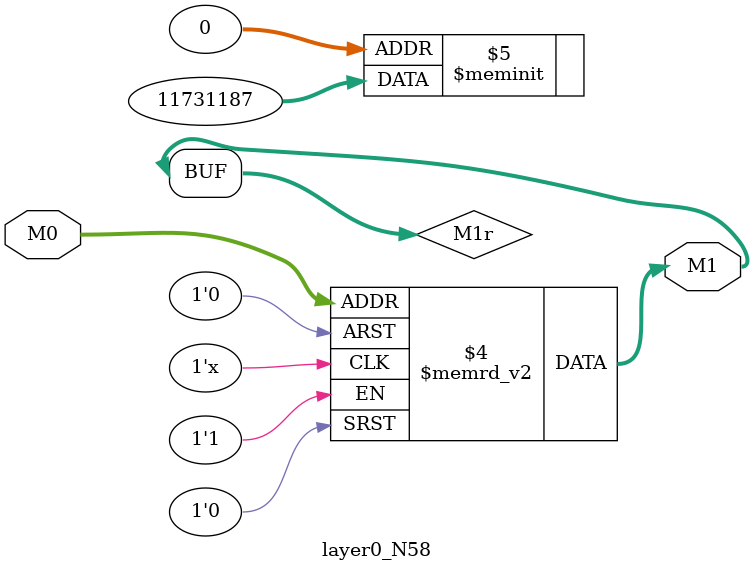
<source format=v>
module layer0_N58 ( input [3:0] M0, output [1:0] M1 );

	(*rom_style = "distributed" *) reg [1:0] M1r;
	assign M1 = M1r;
	always @ (M0) begin
		case (M0)
			4'b0000: M1r = 2'b11;
			4'b1000: M1r = 2'b11;
			4'b0100: M1r = 2'b00;
			4'b1100: M1r = 2'b00;
			4'b0010: M1r = 2'b11;
			4'b1010: M1r = 2'b11;
			4'b0110: M1r = 2'b00;
			4'b1110: M1r = 2'b00;
			4'b0001: M1r = 2'b00;
			4'b1001: M1r = 2'b00;
			4'b0101: M1r = 2'b00;
			4'b1101: M1r = 2'b00;
			4'b0011: M1r = 2'b11;
			4'b1011: M1r = 2'b10;
			4'b0111: M1r = 2'b00;
			4'b1111: M1r = 2'b00;

		endcase
	end
endmodule

</source>
